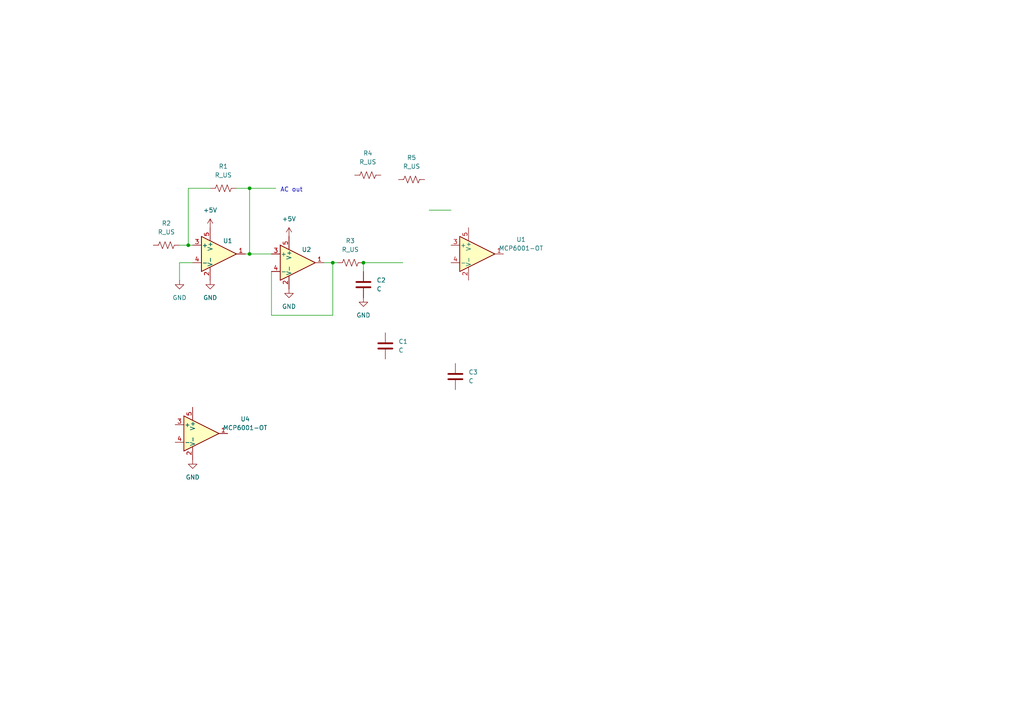
<source format=kicad_sch>
(kicad_sch (version 20230121) (generator eeschema)
  (paper "A4")
  (lib_symbols
    (symbol "Amplifier_Operational:MCP6001-OT" (pin_names (offset 0.127))
      (property "Reference" "U" (at -1.27 6.35 0))
      (property "Value" "MCP6001-OT" (at -1.27 3.81 0))
      (symbol "MCP6001-OT_0_1"
        (polyline (pts (xy -5.08 5.08) (xy 5.08 0) (xy -5.08 -5.08) (xy -5.08 5.08)) (stroke (width 0.254)) (fill (type background)))
        (pin power_in line (at -2.54 -7.62 90) (length 3.81) (name "V-") (number "2"))
        (pin power_in line (at -2.54 7.62 270) (length 3.81) (name "V+") (number "5"))
      )
      (symbol "MCP6001-OT_1_1"
        (pin output line (at 7.62 0 180) (length 2.54) (name "~") (number "1"))
        (pin input line (at -7.62 2.54 0) (length 2.54) (name "+") (number "3"))
        (pin input line (at -7.62 -2.54 0) (length 2.54) (name "-") (number "4"))
      )
    )
    (symbol "Device:C" (pin_numbers hide) (pin_names (offset 0.254))
      (property "Reference" "C" (at 0.635 2.54 0))
      (property "Value" "C" (at 0.635 -2.54 0))
      (symbol "C_0_1"
        (polyline (pts (xy -2.032 -0.762) (xy 2.032 -0.762)) (stroke (width 0.508)))
        (polyline (pts (xy -2.032 0.762) (xy 2.032 0.762)) (stroke (width 0.508)))
      )
      (symbol "C_1_1"
        (pin passive line (at 0 3.81 270) (length 2.794) (name "~") (number "1"))
        (pin passive line (at 0 -3.81 90) (length 2.794) (name "~") (number "2"))
      )
    )
    (symbol "Device:R_US" (pin_numbers hide) (pin_names (offset 0))
      (property "Reference" "R" (at 2.54 0 90))
      (property "Value" "R_US" (at -2.54 0 90))
      (symbol "R_US_0_1"
        (polyline (pts (xy 0 -2.286) (xy 0 -2.54)))
        (polyline (pts (xy 0 2.286) (xy 0 2.54)))
        (polyline (pts (xy 0 -0.762) (xy 1.016 -1.143) (xy 0 -1.524) (xy -1.016 -1.905) (xy 0 -2.286)))
        (polyline (pts (xy 0 0.762) (xy 1.016 0.381) (xy 0 0) (xy -1.016 -0.381) (xy 0 -0.762)))
        (polyline (pts (xy 0 2.286) (xy 1.016 1.905) (xy 0 1.524) (xy -1.016 1.143) (xy 0 0.762)))
      )
      (symbol "R_US_1_1"
        (pin passive line (at 0 3.81 270) (length 1.27) (name "~") (number "1"))
        (pin passive line (at 0 -3.81 90) (length 1.27) (name "~") (number "2"))
      )
    )
    (symbol "power:+5V" (power) (pin_names (offset 0))
      (property "Value" "+5V" (at 0 3.556 0))
      (symbol "+5V_0_1"
        (polyline (pts (xy -0.762 1.27) (xy 0 2.54)))
        (polyline (pts (xy 0 0) (xy 0 2.54)))
        (polyline (pts (xy 0 2.54) (xy 0.762 1.27)))
      )
      (symbol "+5V_1_1"
        (pin power_in line (at 0 0 90) (length 0) hide (name "+5V") (number "1"))
      )
    )
    (symbol "power:GND" (power) (pin_names (offset 0))
      (property "Value" "GND" (at 0 -3.81 0))
      (symbol "GND_0_1"
        (polyline (pts (xy 0 0) (xy 0 -1.27) (xy 1.27 -1.27) (xy 0 -2.54) (xy -1.27 -1.27) (xy 0 -1.27)))
      )
      (symbol "GND_1_1"
        (pin power_in line (at 0 0 270) (length 0) hide (name "GND") (number "1"))
      )
    )
  )
  (junction (at 96.52 76.2))
  (junction (at 105.41 76.2))
  (junction (at 72.39 54.61))
  (junction (at 54.61 71.12))
  (junction (at 72.39 73.66))
  (wire (pts (xy 93.98 76.2) (xy 96.52 76.2)))
  (wire (pts (xy 55.88 76.2) (xy 52.07 76.2)))
  (wire (pts (xy 105.41 76.2) (xy 116.84 76.2)))
  (wire (pts (xy 54.61 54.61) (xy 54.61 71.12)))
  (wire (pts (xy 68.58 54.61) (xy 72.39 54.61)))
  (wire (pts (xy 72.39 73.66) (xy 78.74 73.66)))
  (wire (pts (xy 54.61 71.12) (xy 55.88 71.12)))
  (wire (pts (xy 130.81 60.96) (xy 124.46 60.96)))
  (wire (pts (xy 96.52 76.2) (xy 97.79 76.2)))
  (wire (pts (xy 78.74 91.44) (xy 96.52 91.44)))
  (wire (pts (xy 52.07 71.12) (xy 54.61 71.12)))
  (wire (pts (xy 72.39 54.61) (xy 72.39 73.66)))
  (wire (pts (xy 72.39 54.61) (xy 80.01 54.61)))
  (wire (pts (xy 96.52 91.44) (xy 96.52 76.2)))
  (wire (pts (xy 105.41 76.2) (xy 105.41 78.74)))
  (wire (pts (xy 52.07 76.2) (xy 52.07 81.28)))
  (wire (pts (xy 78.74 78.74) (xy 78.74 91.44)))
  (wire (pts (xy 60.96 54.61) (xy 54.61 54.61)))
  (wire (pts (xy 71.12 73.66) (xy 72.39 73.66)))
  (text "AC out" (at 81.28 55.88 0) (effects (font (size 1.27 1.27)) (justify left bottom)))
  (symbol (lib_id "Device:R_US") (at 101.6 76.2 90) (unit 1)
    (property "Reference" "R3" (at 101.6 69.85 90))
    (property "Value" "R_US" (at 101.6 72.39 90))
  )
  (symbol (lib_id "Device:R_US") (at 64.77 54.61 90) (unit 1)
    (property "Reference" "R1" (at 64.77 48.26 90))
    (property "Value" "R_US" (at 64.77 50.8 90))
  )
  (symbol (lib_id "Device:C") (at 132.08 109.22 0) (unit 1)
    (property "Reference" "C3" (at 135.89 107.95 0) (effects (justify left)))
    (property "Value" "C" (at 135.89 110.49 0) (effects (justify left)))
  )
  (symbol (lib_id "power:GND") (at 105.41 86.36 0) (unit 1)
    (property "Reference" "#PWR08" (effects hide))
    (property "Value" "GND" (at 105.41 91.44 0))
  )
  (symbol (lib_id "Device:C") (at 111.76 100.33 0) (unit 1)
    (property "Reference" "C1" (at 115.57 99.06 0) (effects (justify left)))
    (property "Value" "C" (at 115.57 101.6 0) (effects (justify left)))
  )
  (symbol (lib_id "power:GND") (at 52.07 81.28 0) (unit 1)
    (property "Reference" "#PWR01" (effects hide))
    (property "Value" "GND" (at 52.07 86.36 0))
  )
  (symbol (lib_id "Amplifier_Operational:MCP6001-OT") (at 58.42 125.73 0) (unit 1)
    (property "Reference" "U4" (at 71.12 121.5391 0))
    (property "Value" "MCP6001-OT" (at 71.12 124.0791 0))
    (property "Footprint" "Package_TO_SOT_SMD:SOT-23-5" (effects hide))
    (property "Datasheet" "http://ww1.microchip.com/downloads/en/DeviceDoc/21733j.pdf" (effects hide))
  )
  (symbol (lib_id "Device:C") (at 105.41 82.55 0) (unit 1)
    (property "Reference" "C2" (at 109.22 81.28 0) (effects (justify left)))
    (property "Value" "C" (at 109.22 83.82 0) (effects (justify left)))
  )
  (symbol (lib_id "Device:R_US") (at 119.38 52.07 90) (unit 1)
    (property "Reference" "R5" (at 119.38 45.72 90))
    (property "Value" "R_US" (at 119.38 48.26 90))
  )
  (symbol (lib_id "power:GND") (at 55.88 133.35 0) (unit 1)
    (property "Reference" "#PWR07" (effects hide))
    (property "Value" "GND" (at 55.88 138.43 0))
  )
  (symbol (lib_id "Amplifier_Operational:MCP6001-OT") (at 63.5 73.66 0) (unit 1)
    (property "Reference" "U3" (effects hide))
    (property "Value" "U1" (at 66.04 69.85 0))
    (property "Footprint" "Package_TO_SOT_SMD:SOT-23-5" (effects hide))
    (property "Datasheet" "http://ww1.microchip.com/downloads/en/DeviceDoc/21733j.pdf" (effects hide))
  )
  (symbol (lib_id "Device:R_US") (at 48.26 71.12 270) (unit 1)
    (property "Reference" "R2" (at 48.26 64.77 90))
    (property "Value" "R_US" (at 48.26 67.31 90))
  )
  (symbol (lib_id "power:+5V") (at 60.96 66.04 0) (unit 1)
    (property "Reference" "#PWR02" (effects hide))
    (property "Value" "+5V" (at 60.96 60.96 0))
  )
  (symbol (lib_id "Device:R_US") (at 106.68 50.8 90) (unit 1)
    (property "Reference" "R4" (at 106.68 44.45 90))
    (property "Value" "R_US" (at 106.68 46.99 90))
  )
  (symbol (lib_id "power:GND") (at 60.96 81.28 0) (unit 1)
    (property "Reference" "#PWR04" (effects hide))
    (property "Value" "GND" (at 60.96 86.36 0))
  )
  (symbol (lib_id "power:GND") (at 83.82 83.82 0) (unit 1)
    (property "Reference" "#PWR05" (effects hide))
    (property "Value" "GND" (at 83.82 88.9 0))
  )
  (symbol (lib_id "Amplifier_Operational:MCP6001-OT") (at 138.43 73.66 0) (unit 1)
    (property "Reference" "U1" (at 151.13 69.4691 0))
    (property "Value" "MCP6001-OT" (at 151.13 72.0091 0))
    (property "Footprint" "Package_TO_SOT_SMD:SOT-23-5" (effects hide))
    (property "Datasheet" "http://ww1.microchip.com/downloads/en/DeviceDoc/21733j.pdf" (effects hide))
  )
  (symbol (lib_id "power:+5V") (at 83.82 68.58 0) (unit 1)
    (property "Reference" "#PWR03" (effects hide))
    (property "Value" "+5V" (at 83.82 63.5 0))
  )
  (symbol (lib_id "Amplifier_Operational:MCP6001-OT") (at 86.36 76.2 0) (unit 1)
    (property "Reference" "U2" (at 88.9 72.39 0))
    (property "Value" "MCP6001-OT" (effects hide))
    (property "Footprint" "Package_TO_SOT_SMD:SOT-23-5" (effects hide))
    (property "Datasheet" "http://ww1.microchip.com/downloads/en/DeviceDoc/21733j.pdf" (effects hide))
  )
)
</source>
